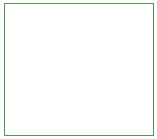
<source format=gbr>
G04 #@! TF.GenerationSoftware,KiCad,Pcbnew,(5.1.5-0-10_14)*
G04 #@! TF.CreationDate,2020-09-27T01:07:16-07:00*
G04 #@! TF.ProjectId,AD822x_Breakout,41443832-3278-45f4-9272-65616b6f7574,rev?*
G04 #@! TF.SameCoordinates,Original*
G04 #@! TF.FileFunction,Profile,NP*
%FSLAX46Y46*%
G04 Gerber Fmt 4.6, Leading zero omitted, Abs format (unit mm)*
G04 Created by KiCad (PCBNEW (5.1.5-0-10_14)) date 2020-09-27 01:07:16*
%MOMM*%
%LPD*%
G04 APERTURE LIST*
%ADD10C,0.050000*%
G04 APERTURE END LIST*
D10*
X135400000Y-90700000D02*
X135400000Y-79500000D01*
X148000000Y-90700000D02*
X135400000Y-90700000D01*
X148000000Y-79500000D02*
X148000000Y-90700000D01*
X135400000Y-79500000D02*
X148000000Y-79500000D01*
M02*

</source>
